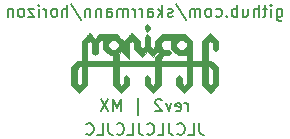
<source format=gbo>
G04 #@! TF.GenerationSoftware,KiCad,Pcbnew,(5.1.4)-1*
G04 #@! TF.CreationDate,2021-09-24T23:04:20-04:00*
G04 #@! TF.ProjectId,horizon-mx-bottom-plate,686f7269-7a6f-46e2-9d6d-782d626f7474,rev?*
G04 #@! TF.SameCoordinates,Original*
G04 #@! TF.FileFunction,Legend,Bot*
G04 #@! TF.FilePolarity,Positive*
%FSLAX46Y46*%
G04 Gerber Fmt 4.6, Leading zero omitted, Abs format (unit mm)*
G04 Created by KiCad (PCBNEW (5.1.4)-1) date 2021-09-24 23:04:20*
%MOMM*%
%LPD*%
G04 APERTURE LIST*
%ADD10C,0.150000*%
%ADD11C,0.010000*%
%ADD12C,0.802000*%
%ADD13C,4.502000*%
G04 APERTURE END LIST*
D10*
X220166666Y-96285714D02*
X220166666Y-97095238D01*
X220214285Y-97190476D01*
X220261904Y-97238095D01*
X220357142Y-97285714D01*
X220500000Y-97285714D01*
X220595238Y-97238095D01*
X220166666Y-96904761D02*
X220261904Y-96952380D01*
X220452380Y-96952380D01*
X220547619Y-96904761D01*
X220595238Y-96857142D01*
X220642857Y-96761904D01*
X220642857Y-96476190D01*
X220595238Y-96380952D01*
X220547619Y-96333333D01*
X220452380Y-96285714D01*
X220261904Y-96285714D01*
X220166666Y-96333333D01*
X219690476Y-96952380D02*
X219690476Y-96285714D01*
X219690476Y-95952380D02*
X219738095Y-96000000D01*
X219690476Y-96047619D01*
X219642857Y-96000000D01*
X219690476Y-95952380D01*
X219690476Y-96047619D01*
X219357142Y-96285714D02*
X218976190Y-96285714D01*
X219214285Y-95952380D02*
X219214285Y-96809523D01*
X219166666Y-96904761D01*
X219071428Y-96952380D01*
X218976190Y-96952380D01*
X218642857Y-96952380D02*
X218642857Y-95952380D01*
X218214285Y-96952380D02*
X218214285Y-96428571D01*
X218261904Y-96333333D01*
X218357142Y-96285714D01*
X218500000Y-96285714D01*
X218595238Y-96333333D01*
X218642857Y-96380952D01*
X217309523Y-96285714D02*
X217309523Y-96952380D01*
X217738095Y-96285714D02*
X217738095Y-96809523D01*
X217690476Y-96904761D01*
X217595238Y-96952380D01*
X217452380Y-96952380D01*
X217357142Y-96904761D01*
X217309523Y-96857142D01*
X216833333Y-96952380D02*
X216833333Y-95952380D01*
X216833333Y-96333333D02*
X216738095Y-96285714D01*
X216547619Y-96285714D01*
X216452380Y-96333333D01*
X216404761Y-96380952D01*
X216357142Y-96476190D01*
X216357142Y-96761904D01*
X216404761Y-96857142D01*
X216452380Y-96904761D01*
X216547619Y-96952380D01*
X216738095Y-96952380D01*
X216833333Y-96904761D01*
X215928571Y-96857142D02*
X215880952Y-96904761D01*
X215928571Y-96952380D01*
X215976190Y-96904761D01*
X215928571Y-96857142D01*
X215928571Y-96952380D01*
X215023809Y-96904761D02*
X215119047Y-96952380D01*
X215309523Y-96952380D01*
X215404761Y-96904761D01*
X215452380Y-96857142D01*
X215500000Y-96761904D01*
X215500000Y-96476190D01*
X215452380Y-96380952D01*
X215404761Y-96333333D01*
X215309523Y-96285714D01*
X215119047Y-96285714D01*
X215023809Y-96333333D01*
X214452380Y-96952380D02*
X214547619Y-96904761D01*
X214595238Y-96857142D01*
X214642857Y-96761904D01*
X214642857Y-96476190D01*
X214595238Y-96380952D01*
X214547619Y-96333333D01*
X214452380Y-96285714D01*
X214309523Y-96285714D01*
X214214285Y-96333333D01*
X214166666Y-96380952D01*
X214119047Y-96476190D01*
X214119047Y-96761904D01*
X214166666Y-96857142D01*
X214214285Y-96904761D01*
X214309523Y-96952380D01*
X214452380Y-96952380D01*
X213690476Y-96952380D02*
X213690476Y-96285714D01*
X213690476Y-96380952D02*
X213642857Y-96333333D01*
X213547619Y-96285714D01*
X213404761Y-96285714D01*
X213309523Y-96333333D01*
X213261904Y-96428571D01*
X213261904Y-96952380D01*
X213261904Y-96428571D02*
X213214285Y-96333333D01*
X213119047Y-96285714D01*
X212976190Y-96285714D01*
X212880952Y-96333333D01*
X212833333Y-96428571D01*
X212833333Y-96952380D01*
X211642857Y-95904761D02*
X212500000Y-97190476D01*
X211357142Y-96904761D02*
X211261904Y-96952380D01*
X211071428Y-96952380D01*
X210976190Y-96904761D01*
X210928571Y-96809523D01*
X210928571Y-96761904D01*
X210976190Y-96666666D01*
X211071428Y-96619047D01*
X211214285Y-96619047D01*
X211309523Y-96571428D01*
X211357142Y-96476190D01*
X211357142Y-96428571D01*
X211309523Y-96333333D01*
X211214285Y-96285714D01*
X211071428Y-96285714D01*
X210976190Y-96333333D01*
X210500000Y-96952380D02*
X210500000Y-95952380D01*
X210404761Y-96571428D02*
X210119047Y-96952380D01*
X210119047Y-96285714D02*
X210500000Y-96666666D01*
X209261904Y-96952380D02*
X209261904Y-96428571D01*
X209309523Y-96333333D01*
X209404761Y-96285714D01*
X209595238Y-96285714D01*
X209690476Y-96333333D01*
X209261904Y-96904761D02*
X209357142Y-96952380D01*
X209595238Y-96952380D01*
X209690476Y-96904761D01*
X209738095Y-96809523D01*
X209738095Y-96714285D01*
X209690476Y-96619047D01*
X209595238Y-96571428D01*
X209357142Y-96571428D01*
X209261904Y-96523809D01*
X208785714Y-96952380D02*
X208785714Y-96285714D01*
X208785714Y-96476190D02*
X208738095Y-96380952D01*
X208690476Y-96333333D01*
X208595238Y-96285714D01*
X208500000Y-96285714D01*
X208166666Y-96952380D02*
X208166666Y-96285714D01*
X208166666Y-96476190D02*
X208119047Y-96380952D01*
X208071428Y-96333333D01*
X207976190Y-96285714D01*
X207880952Y-96285714D01*
X207547619Y-96952380D02*
X207547619Y-96285714D01*
X207547619Y-96380952D02*
X207500000Y-96333333D01*
X207404761Y-96285714D01*
X207261904Y-96285714D01*
X207166666Y-96333333D01*
X207119047Y-96428571D01*
X207119047Y-96952380D01*
X207119047Y-96428571D02*
X207071428Y-96333333D01*
X206976190Y-96285714D01*
X206833333Y-96285714D01*
X206738095Y-96333333D01*
X206690476Y-96428571D01*
X206690476Y-96952380D01*
X205785714Y-96952380D02*
X205785714Y-96428571D01*
X205833333Y-96333333D01*
X205928571Y-96285714D01*
X206119047Y-96285714D01*
X206214285Y-96333333D01*
X205785714Y-96904761D02*
X205880952Y-96952380D01*
X206119047Y-96952380D01*
X206214285Y-96904761D01*
X206261904Y-96809523D01*
X206261904Y-96714285D01*
X206214285Y-96619047D01*
X206119047Y-96571428D01*
X205880952Y-96571428D01*
X205785714Y-96523809D01*
X205309523Y-96285714D02*
X205309523Y-96952380D01*
X205309523Y-96380952D02*
X205261904Y-96333333D01*
X205166666Y-96285714D01*
X205023809Y-96285714D01*
X204928571Y-96333333D01*
X204880952Y-96428571D01*
X204880952Y-96952380D01*
X204404761Y-96285714D02*
X204404761Y-96952380D01*
X204404761Y-96380952D02*
X204357142Y-96333333D01*
X204261904Y-96285714D01*
X204119047Y-96285714D01*
X204023809Y-96333333D01*
X203976190Y-96428571D01*
X203976190Y-96952380D01*
X202785714Y-95904761D02*
X203642857Y-97190476D01*
X202452380Y-96952380D02*
X202452380Y-95952380D01*
X202023809Y-96952380D02*
X202023809Y-96428571D01*
X202071428Y-96333333D01*
X202166666Y-96285714D01*
X202309523Y-96285714D01*
X202404761Y-96333333D01*
X202452380Y-96380952D01*
X201404761Y-96952380D02*
X201500000Y-96904761D01*
X201547619Y-96857142D01*
X201595238Y-96761904D01*
X201595238Y-96476190D01*
X201547619Y-96380952D01*
X201500000Y-96333333D01*
X201404761Y-96285714D01*
X201261904Y-96285714D01*
X201166666Y-96333333D01*
X201119047Y-96380952D01*
X201071428Y-96476190D01*
X201071428Y-96761904D01*
X201119047Y-96857142D01*
X201166666Y-96904761D01*
X201261904Y-96952380D01*
X201404761Y-96952380D01*
X200642857Y-96952380D02*
X200642857Y-96285714D01*
X200642857Y-96476190D02*
X200595238Y-96380952D01*
X200547619Y-96333333D01*
X200452380Y-96285714D01*
X200357142Y-96285714D01*
X200023809Y-96952380D02*
X200023809Y-96285714D01*
X200023809Y-95952380D02*
X200071428Y-96000000D01*
X200023809Y-96047619D01*
X199976190Y-96000000D01*
X200023809Y-95952380D01*
X200023809Y-96047619D01*
X199642857Y-96285714D02*
X199119047Y-96285714D01*
X199642857Y-96952380D01*
X199119047Y-96952380D01*
X198595238Y-96952380D02*
X198690476Y-96904761D01*
X198738095Y-96857142D01*
X198785714Y-96761904D01*
X198785714Y-96476190D01*
X198738095Y-96380952D01*
X198690476Y-96333333D01*
X198595238Y-96285714D01*
X198452380Y-96285714D01*
X198357142Y-96333333D01*
X198309523Y-96380952D01*
X198261904Y-96476190D01*
X198261904Y-96761904D01*
X198309523Y-96857142D01*
X198357142Y-96904761D01*
X198452380Y-96952380D01*
X198595238Y-96952380D01*
X197833333Y-96285714D02*
X197833333Y-96952380D01*
X197833333Y-96380952D02*
X197785714Y-96333333D01*
X197690476Y-96285714D01*
X197547619Y-96285714D01*
X197452380Y-96333333D01*
X197404761Y-96428571D01*
X197404761Y-96952380D01*
X212642857Y-104952380D02*
X212642857Y-104285714D01*
X212642857Y-104476190D02*
X212595238Y-104380952D01*
X212547619Y-104333333D01*
X212452380Y-104285714D01*
X212357142Y-104285714D01*
X211642857Y-104904761D02*
X211738095Y-104952380D01*
X211928571Y-104952380D01*
X212023809Y-104904761D01*
X212071428Y-104809523D01*
X212071428Y-104428571D01*
X212023809Y-104333333D01*
X211928571Y-104285714D01*
X211738095Y-104285714D01*
X211642857Y-104333333D01*
X211595238Y-104428571D01*
X211595238Y-104523809D01*
X212071428Y-104619047D01*
X211261904Y-104285714D02*
X211023809Y-104952380D01*
X210785714Y-104285714D01*
X210452380Y-104047619D02*
X210404761Y-104000000D01*
X210309523Y-103952380D01*
X210071428Y-103952380D01*
X209976190Y-104000000D01*
X209928571Y-104047619D01*
X209880952Y-104142857D01*
X209880952Y-104238095D01*
X209928571Y-104380952D01*
X210500000Y-104952380D01*
X209880952Y-104952380D01*
X208452380Y-105285714D02*
X208452380Y-103857142D01*
X206976190Y-104952380D02*
X206976190Y-103952380D01*
X206642857Y-104666666D01*
X206309523Y-103952380D01*
X206309523Y-104952380D01*
X205928571Y-103952380D02*
X205261904Y-104952380D01*
X205261904Y-103952380D02*
X205928571Y-104952380D01*
X213619047Y-105952380D02*
X213619047Y-106666666D01*
X213666666Y-106809523D01*
X213761904Y-106904761D01*
X213904761Y-106952380D01*
X214000000Y-106952380D01*
X212666666Y-106952380D02*
X213142857Y-106952380D01*
X213142857Y-105952380D01*
X211761904Y-106857142D02*
X211809523Y-106904761D01*
X211952380Y-106952380D01*
X212047619Y-106952380D01*
X212190476Y-106904761D01*
X212285714Y-106809523D01*
X212333333Y-106714285D01*
X212380952Y-106523809D01*
X212380952Y-106380952D01*
X212333333Y-106190476D01*
X212285714Y-106095238D01*
X212190476Y-106000000D01*
X212047619Y-105952380D01*
X211952380Y-105952380D01*
X211809523Y-106000000D01*
X211761904Y-106047619D01*
X211047619Y-105952380D02*
X211047619Y-106666666D01*
X211095238Y-106809523D01*
X211190476Y-106904761D01*
X211333333Y-106952380D01*
X211428571Y-106952380D01*
X210095238Y-106952380D02*
X210571428Y-106952380D01*
X210571428Y-105952380D01*
X209190476Y-106857142D02*
X209238095Y-106904761D01*
X209380952Y-106952380D01*
X209476190Y-106952380D01*
X209619047Y-106904761D01*
X209714285Y-106809523D01*
X209761904Y-106714285D01*
X209809523Y-106523809D01*
X209809523Y-106380952D01*
X209761904Y-106190476D01*
X209714285Y-106095238D01*
X209619047Y-106000000D01*
X209476190Y-105952380D01*
X209380952Y-105952380D01*
X209238095Y-106000000D01*
X209190476Y-106047619D01*
X208476190Y-105952380D02*
X208476190Y-106666666D01*
X208523809Y-106809523D01*
X208619047Y-106904761D01*
X208761904Y-106952380D01*
X208857142Y-106952380D01*
X207523809Y-106952380D02*
X208000000Y-106952380D01*
X208000000Y-105952380D01*
X206619047Y-106857142D02*
X206666666Y-106904761D01*
X206809523Y-106952380D01*
X206904761Y-106952380D01*
X207047619Y-106904761D01*
X207142857Y-106809523D01*
X207190476Y-106714285D01*
X207238095Y-106523809D01*
X207238095Y-106380952D01*
X207190476Y-106190476D01*
X207142857Y-106095238D01*
X207047619Y-106000000D01*
X206904761Y-105952380D01*
X206809523Y-105952380D01*
X206666666Y-106000000D01*
X206619047Y-106047619D01*
X205904761Y-105952380D02*
X205904761Y-106666666D01*
X205952380Y-106809523D01*
X206047619Y-106904761D01*
X206190476Y-106952380D01*
X206285714Y-106952380D01*
X204952380Y-106952380D02*
X205428571Y-106952380D01*
X205428571Y-105952380D01*
X204047619Y-106857142D02*
X204095238Y-106904761D01*
X204238095Y-106952380D01*
X204333333Y-106952380D01*
X204476190Y-106904761D01*
X204571428Y-106809523D01*
X204619047Y-106714285D01*
X204666666Y-106523809D01*
X204666666Y-106380952D01*
X204619047Y-106190476D01*
X204571428Y-106095238D01*
X204476190Y-106000000D01*
X204333333Y-105952380D01*
X204238095Y-105952380D01*
X204095238Y-106000000D01*
X204047619Y-106047619D01*
D11*
G36*
X214222169Y-98695895D02*
G01*
X213888794Y-99029269D01*
X213888794Y-100676389D01*
X213000500Y-100676389D01*
X213000500Y-100102422D01*
X212555294Y-100102422D01*
X212555294Y-100676389D01*
X210333500Y-100676389D01*
X210333500Y-100546215D01*
X210490309Y-100389405D01*
X210647118Y-100232594D01*
X210823503Y-100232595D01*
X210999887Y-100232595D01*
X211111195Y-100121295D01*
X211222502Y-100009996D01*
X211222501Y-100009994D01*
X210241071Y-100009994D01*
X210065036Y-100186028D01*
X209889000Y-100362063D01*
X209889000Y-100676389D01*
X206778206Y-100676389D01*
X206778206Y-100232595D01*
X206333000Y-100232595D01*
X206333000Y-100676389D01*
X204111206Y-100676389D01*
X204111206Y-99212712D01*
X204193579Y-99130515D01*
X204203118Y-99120997D01*
X204212714Y-99111424D01*
X204222290Y-99101872D01*
X204231764Y-99092423D01*
X204241059Y-99083154D01*
X204250096Y-99074144D01*
X204258793Y-99065473D01*
X204267074Y-99057220D01*
X204274857Y-99049463D01*
X204282065Y-99042282D01*
X204288617Y-99035756D01*
X204294435Y-99029963D01*
X204299439Y-99024983D01*
X204303550Y-99020894D01*
X204304705Y-99019745D01*
X204333458Y-98991174D01*
X204555706Y-99213418D01*
X204555706Y-100009993D01*
X204666831Y-100121117D01*
X204777956Y-100232240D01*
X204889081Y-100121117D01*
X205000206Y-100009993D01*
X205000206Y-99212715D01*
X205313824Y-98899095D01*
X205443998Y-98899094D01*
X205574172Y-98899094D01*
X205444000Y-99029272D01*
X205444000Y-99657213D01*
X206019380Y-100232595D01*
X206333000Y-100232595D01*
X206778206Y-100232595D01*
X206778206Y-100101716D01*
X207000102Y-99879816D01*
X207333301Y-100213015D01*
X207666500Y-100546213D01*
X207666500Y-99213418D01*
X207667205Y-99212713D01*
X206777500Y-99212713D01*
X206777500Y-99473768D01*
X206620691Y-99630579D01*
X206463882Y-99787389D01*
X206202826Y-99787389D01*
X205889206Y-99473771D01*
X205889206Y-99212715D01*
X206046015Y-99055905D01*
X206202824Y-98899094D01*
X206333352Y-98899095D01*
X206463879Y-98899095D01*
X206620690Y-99055904D01*
X206777500Y-99212713D01*
X207667205Y-99212713D01*
X207777625Y-99102294D01*
X207888750Y-98991171D01*
X207999875Y-99102295D01*
X208111000Y-99213418D01*
X208111000Y-99657215D01*
X208444346Y-99990560D01*
X208462545Y-100008758D01*
X208480497Y-100026707D01*
X208498177Y-100044382D01*
X208515559Y-100061757D01*
X208532617Y-100078806D01*
X208549324Y-100095503D01*
X208565656Y-100111823D01*
X208581586Y-100127739D01*
X208597088Y-100143226D01*
X208612137Y-100158258D01*
X208626706Y-100172809D01*
X208640770Y-100186854D01*
X208654304Y-100200365D01*
X208667280Y-100213319D01*
X208679673Y-100225689D01*
X208691458Y-100237448D01*
X208702608Y-100248572D01*
X208713097Y-100259034D01*
X208722901Y-100268809D01*
X208731992Y-100277871D01*
X208740345Y-100286193D01*
X208747934Y-100293751D01*
X208754733Y-100300518D01*
X208760717Y-100306469D01*
X208765859Y-100311577D01*
X208770134Y-100315818D01*
X208773516Y-100319164D01*
X208775978Y-100321591D01*
X208777496Y-100323072D01*
X208778042Y-100323582D01*
X208778044Y-100323582D01*
X208778561Y-100323066D01*
X208780045Y-100321585D01*
X208782462Y-100319169D01*
X208785783Y-100315851D01*
X208789974Y-100311662D01*
X208795005Y-100306634D01*
X208800842Y-100300799D01*
X208807456Y-100294188D01*
X208814813Y-100286834D01*
X208822882Y-100278767D01*
X208831632Y-100270020D01*
X208841030Y-100260625D01*
X208851046Y-100250612D01*
X208861646Y-100240015D01*
X208872799Y-100228864D01*
X208884475Y-100217192D01*
X208896640Y-100205029D01*
X208909263Y-100192409D01*
X208922312Y-100179362D01*
X208935756Y-100165921D01*
X208949563Y-100152117D01*
X208963701Y-100137981D01*
X208978138Y-100123547D01*
X208992843Y-100108844D01*
X209000149Y-100101540D01*
X209221902Y-99879821D01*
X209666396Y-100324317D01*
X209888648Y-100102066D01*
X210110899Y-99879816D01*
X210241071Y-100009994D01*
X211222501Y-100009994D01*
X211111201Y-99898692D01*
X210999899Y-99787389D01*
X210647121Y-99787389D01*
X210490310Y-99630580D01*
X210333500Y-99473771D01*
X210333500Y-99212599D01*
X210490437Y-99055847D01*
X210647374Y-98899094D01*
X211351959Y-98899094D01*
X211286877Y-98964191D01*
X211221794Y-99029287D01*
X211221794Y-99657213D01*
X211797174Y-100232595D01*
X212425117Y-100232595D01*
X212490206Y-100167508D01*
X212555294Y-100102422D01*
X213000500Y-100102422D01*
X213000500Y-99212713D01*
X212555294Y-99212713D01*
X212555294Y-99473768D01*
X212398485Y-99630579D01*
X212241676Y-99787389D01*
X211980621Y-99787389D01*
X211823810Y-99630580D01*
X211667000Y-99473771D01*
X211667000Y-99212715D01*
X211823809Y-99055905D01*
X211980618Y-98899094D01*
X212111146Y-98899095D01*
X212241674Y-98899095D01*
X212555294Y-99212713D01*
X213000500Y-99212713D01*
X213000500Y-99029274D01*
X212713164Y-98741934D01*
X212425827Y-98454595D01*
X211444398Y-98454595D01*
X210462969Y-98454594D01*
X210175984Y-98741580D01*
X209889000Y-99028565D01*
X209889000Y-99473066D01*
X209777698Y-99584366D01*
X209666396Y-99695667D01*
X209555448Y-99584717D01*
X209444500Y-99473768D01*
X209444500Y-98676490D01*
X209333375Y-98565367D01*
X209222250Y-98454243D01*
X209111125Y-98565367D01*
X209000000Y-98676490D01*
X209000000Y-99473066D01*
X208777750Y-99695312D01*
X208555500Y-99473066D01*
X208555500Y-99029264D01*
X208222448Y-98696245D01*
X208204255Y-98678053D01*
X208186308Y-98660108D01*
X208168634Y-98642436D01*
X208151258Y-98625062D01*
X208134206Y-98608013D01*
X208117505Y-98591314D01*
X208101180Y-98574991D01*
X208085257Y-98559070D01*
X208069761Y-98543576D01*
X208054720Y-98528537D01*
X208040158Y-98513977D01*
X208026101Y-98499923D01*
X208012576Y-98486400D01*
X207999609Y-98473435D01*
X207987224Y-98461052D01*
X207975449Y-98449279D01*
X207964308Y-98438141D01*
X207953828Y-98427663D01*
X207944036Y-98417873D01*
X207934955Y-98408795D01*
X207926614Y-98400455D01*
X207919036Y-98392880D01*
X207912249Y-98386095D01*
X207906279Y-98380126D01*
X207901150Y-98374999D01*
X207896889Y-98370741D01*
X207893522Y-98367376D01*
X207891075Y-98364930D01*
X207889574Y-98363430D01*
X207889044Y-98362902D01*
X207888530Y-98363379D01*
X207887044Y-98364828D01*
X207884613Y-98367223D01*
X207881262Y-98370540D01*
X207877016Y-98374750D01*
X207871903Y-98379830D01*
X207865947Y-98385753D01*
X207859174Y-98392493D01*
X207851611Y-98400025D01*
X207843283Y-98408322D01*
X207834217Y-98417359D01*
X207824437Y-98427110D01*
X207813971Y-98437549D01*
X207802843Y-98448651D01*
X207791080Y-98460389D01*
X207778707Y-98472737D01*
X207765751Y-98485671D01*
X207752237Y-98499164D01*
X207738192Y-98513190D01*
X207723640Y-98527723D01*
X207708608Y-98542738D01*
X207693122Y-98558208D01*
X207677208Y-98574109D01*
X207660891Y-98590414D01*
X207644198Y-98607097D01*
X207627153Y-98624132D01*
X207609785Y-98641494D01*
X207592117Y-98659157D01*
X207574176Y-98677095D01*
X207555987Y-98695282D01*
X207555522Y-98695748D01*
X207222352Y-99028917D01*
X206935192Y-98741756D01*
X206648031Y-98454595D01*
X205888853Y-98454594D01*
X205129674Y-98454594D01*
X204953639Y-98630631D01*
X204777604Y-98806667D01*
X204555706Y-98584770D01*
X204540876Y-98569941D01*
X204526297Y-98555367D01*
X204511999Y-98541077D01*
X204498016Y-98527105D01*
X204484379Y-98513481D01*
X204471119Y-98500237D01*
X204458269Y-98487405D01*
X204445860Y-98475017D01*
X204433924Y-98463104D01*
X204422492Y-98451698D01*
X204411597Y-98440831D01*
X204401270Y-98430534D01*
X204391544Y-98420839D01*
X204382449Y-98411778D01*
X204374018Y-98403383D01*
X204366283Y-98395684D01*
X204359275Y-98388715D01*
X204353026Y-98382505D01*
X204347567Y-98377089D01*
X204342932Y-98372496D01*
X204339151Y-98368758D01*
X204336256Y-98365908D01*
X204334279Y-98363977D01*
X204333251Y-98362996D01*
X204333104Y-98362872D01*
X204332571Y-98363367D01*
X204331066Y-98364834D01*
X204328615Y-98367247D01*
X204325245Y-98370581D01*
X204320981Y-98374809D01*
X204315849Y-98379906D01*
X204309874Y-98385845D01*
X204303084Y-98392602D01*
X204295504Y-98400150D01*
X204287159Y-98408463D01*
X204278076Y-98417515D01*
X204268280Y-98427281D01*
X204257798Y-98437734D01*
X204246655Y-98448849D01*
X204234878Y-98460600D01*
X204222492Y-98472961D01*
X204209524Y-98485907D01*
X204195998Y-98499410D01*
X204181941Y-98513446D01*
X204167380Y-98527988D01*
X204152339Y-98543011D01*
X204136845Y-98558489D01*
X204120924Y-98574396D01*
X204104601Y-98590706D01*
X204087903Y-98607393D01*
X204070856Y-98624431D01*
X204053485Y-98641795D01*
X204035816Y-98659458D01*
X204017876Y-98677395D01*
X203999690Y-98695580D01*
X203999553Y-98695717D01*
X203666706Y-99028563D01*
X203666706Y-100676389D01*
X203352380Y-100676389D01*
X202777706Y-101251065D01*
X202777706Y-102768715D01*
X203444456Y-103435463D01*
X204111206Y-102768715D01*
X204111206Y-101120889D01*
X203666706Y-101120889D01*
X203666706Y-102584562D01*
X203555758Y-102695512D01*
X203545307Y-102705961D01*
X203535121Y-102716143D01*
X203525242Y-102726014D01*
X203515718Y-102735529D01*
X203506591Y-102744642D01*
X203497909Y-102753310D01*
X203489714Y-102761487D01*
X203482053Y-102769128D01*
X203474970Y-102776189D01*
X203468510Y-102782625D01*
X203462719Y-102788391D01*
X203457641Y-102793443D01*
X203453321Y-102797734D01*
X203449804Y-102801222D01*
X203447134Y-102803860D01*
X203445358Y-102805604D01*
X203444520Y-102806409D01*
X203444457Y-102806461D01*
X203443932Y-102805970D01*
X203442455Y-102804525D01*
X203440070Y-102802171D01*
X203436823Y-102798954D01*
X203432758Y-102794918D01*
X203427920Y-102790108D01*
X203422354Y-102784568D01*
X203416106Y-102778344D01*
X203409220Y-102771481D01*
X203401741Y-102764023D01*
X203393714Y-102756014D01*
X203385184Y-102747501D01*
X203376197Y-102738527D01*
X203366796Y-102729137D01*
X203357027Y-102719377D01*
X203346935Y-102709290D01*
X203336565Y-102698923D01*
X203333155Y-102695513D01*
X203222206Y-102584566D01*
X203222206Y-101435215D01*
X203379368Y-101278052D01*
X203536529Y-101120889D01*
X203666706Y-101120889D01*
X204111206Y-101120889D01*
X206333000Y-101120889D01*
X206333000Y-102768009D01*
X206666552Y-103101560D01*
X207000103Y-103435111D01*
X207333302Y-103101912D01*
X207666500Y-102768713D01*
X207666500Y-102121012D01*
X207444250Y-101898766D01*
X207222000Y-102121012D01*
X207222000Y-102584566D01*
X207111051Y-102695513D01*
X207000101Y-102806461D01*
X206889153Y-102695512D01*
X206778206Y-102584562D01*
X206778206Y-101120889D01*
X209889000Y-101120889D01*
X209889037Y-101852726D01*
X209889073Y-102584564D01*
X209777750Y-102695527D01*
X209666428Y-102806490D01*
X209444500Y-102584566D01*
X209444500Y-102121012D01*
X209222250Y-101898766D01*
X209000000Y-102121012D01*
X209000000Y-102768715D01*
X209666750Y-103435463D01*
X210333500Y-102768715D01*
X210333500Y-101120889D01*
X212555294Y-101120889D01*
X212555294Y-102584566D01*
X212444345Y-102695513D01*
X212333396Y-102806461D01*
X212222448Y-102695512D01*
X212111500Y-102584562D01*
X212111500Y-102121016D01*
X212000552Y-102010066D01*
X211990099Y-101999615D01*
X211979905Y-101989431D01*
X211970018Y-101979559D01*
X211960482Y-101970043D01*
X211951341Y-101960928D01*
X211942642Y-101952259D01*
X211934429Y-101944081D01*
X211926747Y-101936439D01*
X211919642Y-101929378D01*
X211913158Y-101922942D01*
X211907342Y-101917176D01*
X211902237Y-101912125D01*
X211897889Y-101907834D01*
X211894343Y-101904349D01*
X211891645Y-101901712D01*
X211889839Y-101899970D01*
X211888970Y-101899168D01*
X211888897Y-101899117D01*
X211888339Y-101899609D01*
X211886829Y-101901054D01*
X211884411Y-101903408D01*
X211881132Y-101906627D01*
X211877037Y-101910664D01*
X211872170Y-101915476D01*
X211866576Y-101921017D01*
X211860302Y-101927243D01*
X211853391Y-101934109D01*
X211845890Y-101941570D01*
X211837842Y-101949581D01*
X211829294Y-101958097D01*
X211820290Y-101967074D01*
X211810875Y-101976466D01*
X211801096Y-101986229D01*
X211790996Y-101996318D01*
X211780621Y-102006688D01*
X211777242Y-102010066D01*
X211666294Y-102121016D01*
X211666294Y-102768009D01*
X212333398Y-103435111D01*
X212666949Y-103101559D01*
X213000500Y-102768008D01*
X213000500Y-101120889D01*
X213888794Y-101120889D01*
X213888794Y-102768715D01*
X214221993Y-103101913D01*
X214240189Y-103120108D01*
X214258139Y-103138056D01*
X214275816Y-103155730D01*
X214293194Y-103173105D01*
X214310248Y-103190155D01*
X214326953Y-103206854D01*
X214343281Y-103223176D01*
X214359207Y-103239095D01*
X214374706Y-103254586D01*
X214389751Y-103269622D01*
X214404317Y-103284178D01*
X214418377Y-103298228D01*
X214431906Y-103311746D01*
X214444878Y-103324706D01*
X214457267Y-103337083D01*
X214469047Y-103348849D01*
X214480192Y-103359981D01*
X214490677Y-103370451D01*
X214500475Y-103380235D01*
X214509561Y-103389305D01*
X214517908Y-103397637D01*
X214525492Y-103405203D01*
X214532285Y-103411980D01*
X214538262Y-103417940D01*
X214543398Y-103423058D01*
X214547666Y-103427308D01*
X214551041Y-103430664D01*
X214553496Y-103433101D01*
X214555006Y-103434591D01*
X214555544Y-103435111D01*
X214555545Y-103435111D01*
X214556059Y-103434617D01*
X214557545Y-103433150D01*
X214559976Y-103430737D01*
X214563328Y-103427404D01*
X214567574Y-103423176D01*
X214572688Y-103418079D01*
X214578645Y-103412140D01*
X214585418Y-103405383D01*
X214592982Y-103397836D01*
X214601310Y-103389523D01*
X214610378Y-103380471D01*
X214620158Y-103370706D01*
X214630626Y-103360252D01*
X214641755Y-103349137D01*
X214653519Y-103337386D01*
X214665893Y-103325024D01*
X214678851Y-103312078D01*
X214692366Y-103298574D01*
X214706413Y-103284537D01*
X214720967Y-103269994D01*
X214736000Y-103254969D01*
X214751488Y-103239489D01*
X214767404Y-103223581D01*
X214783722Y-103207268D01*
X214800417Y-103190579D01*
X214817463Y-103173537D01*
X214834834Y-103156170D01*
X214852503Y-103138503D01*
X214870446Y-103120562D01*
X214889096Y-103101912D01*
X215222294Y-102768713D01*
X215222294Y-101435213D01*
X214777795Y-101435213D01*
X214777794Y-102009888D01*
X214777794Y-102584562D01*
X214666847Y-102695512D01*
X214656396Y-102705961D01*
X214646210Y-102716143D01*
X214636331Y-102726014D01*
X214626807Y-102735529D01*
X214617680Y-102744642D01*
X214608997Y-102753310D01*
X214600803Y-102761487D01*
X214593142Y-102769128D01*
X214586059Y-102776189D01*
X214579599Y-102782625D01*
X214573808Y-102788391D01*
X214568730Y-102793443D01*
X214564410Y-102797734D01*
X214560892Y-102801222D01*
X214558223Y-102803860D01*
X214556447Y-102805604D01*
X214555609Y-102806409D01*
X214555546Y-102806461D01*
X214555021Y-102805970D01*
X214553544Y-102804525D01*
X214551159Y-102802171D01*
X214547912Y-102798954D01*
X214543847Y-102794918D01*
X214539009Y-102790108D01*
X214533443Y-102784568D01*
X214527195Y-102778344D01*
X214520309Y-102771481D01*
X214512830Y-102764023D01*
X214504803Y-102756014D01*
X214496273Y-102747501D01*
X214487286Y-102738527D01*
X214477885Y-102729137D01*
X214468116Y-102719377D01*
X214458024Y-102709290D01*
X214447654Y-102698923D01*
X214444244Y-102695513D01*
X214333294Y-102584566D01*
X214333294Y-101120889D01*
X214463468Y-101120889D01*
X214620631Y-101278051D01*
X214777795Y-101435213D01*
X215222294Y-101435213D01*
X215222294Y-101251063D01*
X214934957Y-100963726D01*
X214647619Y-100676389D01*
X214333294Y-100676389D01*
X214333294Y-99213418D01*
X214444419Y-99102295D01*
X214555544Y-98991171D01*
X214666669Y-99102294D01*
X214777794Y-99213418D01*
X214777794Y-99676971D01*
X214888919Y-99788095D01*
X215000044Y-99899218D01*
X215111169Y-99788095D01*
X215222294Y-99676971D01*
X215222294Y-99029269D01*
X214888919Y-98695895D01*
X214555545Y-98362520D01*
X214222169Y-98695895D01*
X214222169Y-98695895D01*
G37*
X214222169Y-98695895D02*
X213888794Y-99029269D01*
X213888794Y-100676389D01*
X213000500Y-100676389D01*
X213000500Y-100102422D01*
X212555294Y-100102422D01*
X212555294Y-100676389D01*
X210333500Y-100676389D01*
X210333500Y-100546215D01*
X210490309Y-100389405D01*
X210647118Y-100232594D01*
X210823503Y-100232595D01*
X210999887Y-100232595D01*
X211111195Y-100121295D01*
X211222502Y-100009996D01*
X211222501Y-100009994D01*
X210241071Y-100009994D01*
X210065036Y-100186028D01*
X209889000Y-100362063D01*
X209889000Y-100676389D01*
X206778206Y-100676389D01*
X206778206Y-100232595D01*
X206333000Y-100232595D01*
X206333000Y-100676389D01*
X204111206Y-100676389D01*
X204111206Y-99212712D01*
X204193579Y-99130515D01*
X204203118Y-99120997D01*
X204212714Y-99111424D01*
X204222290Y-99101872D01*
X204231764Y-99092423D01*
X204241059Y-99083154D01*
X204250096Y-99074144D01*
X204258793Y-99065473D01*
X204267074Y-99057220D01*
X204274857Y-99049463D01*
X204282065Y-99042282D01*
X204288617Y-99035756D01*
X204294435Y-99029963D01*
X204299439Y-99024983D01*
X204303550Y-99020894D01*
X204304705Y-99019745D01*
X204333458Y-98991174D01*
X204555706Y-99213418D01*
X204555706Y-100009993D01*
X204666831Y-100121117D01*
X204777956Y-100232240D01*
X204889081Y-100121117D01*
X205000206Y-100009993D01*
X205000206Y-99212715D01*
X205313824Y-98899095D01*
X205443998Y-98899094D01*
X205574172Y-98899094D01*
X205444000Y-99029272D01*
X205444000Y-99657213D01*
X206019380Y-100232595D01*
X206333000Y-100232595D01*
X206778206Y-100232595D01*
X206778206Y-100101716D01*
X207000102Y-99879816D01*
X207333301Y-100213015D01*
X207666500Y-100546213D01*
X207666500Y-99213418D01*
X207667205Y-99212713D01*
X206777500Y-99212713D01*
X206777500Y-99473768D01*
X206620691Y-99630579D01*
X206463882Y-99787389D01*
X206202826Y-99787389D01*
X205889206Y-99473771D01*
X205889206Y-99212715D01*
X206046015Y-99055905D01*
X206202824Y-98899094D01*
X206333352Y-98899095D01*
X206463879Y-98899095D01*
X206620690Y-99055904D01*
X206777500Y-99212713D01*
X207667205Y-99212713D01*
X207777625Y-99102294D01*
X207888750Y-98991171D01*
X207999875Y-99102295D01*
X208111000Y-99213418D01*
X208111000Y-99657215D01*
X208444346Y-99990560D01*
X208462545Y-100008758D01*
X208480497Y-100026707D01*
X208498177Y-100044382D01*
X208515559Y-100061757D01*
X208532617Y-100078806D01*
X208549324Y-100095503D01*
X208565656Y-100111823D01*
X208581586Y-100127739D01*
X208597088Y-100143226D01*
X208612137Y-100158258D01*
X208626706Y-100172809D01*
X208640770Y-100186854D01*
X208654304Y-100200365D01*
X208667280Y-100213319D01*
X208679673Y-100225689D01*
X208691458Y-100237448D01*
X208702608Y-100248572D01*
X208713097Y-100259034D01*
X208722901Y-100268809D01*
X208731992Y-100277871D01*
X208740345Y-100286193D01*
X208747934Y-100293751D01*
X208754733Y-100300518D01*
X208760717Y-100306469D01*
X208765859Y-100311577D01*
X208770134Y-100315818D01*
X208773516Y-100319164D01*
X208775978Y-100321591D01*
X208777496Y-100323072D01*
X208778042Y-100323582D01*
X208778044Y-100323582D01*
X208778561Y-100323066D01*
X208780045Y-100321585D01*
X208782462Y-100319169D01*
X208785783Y-100315851D01*
X208789974Y-100311662D01*
X208795005Y-100306634D01*
X208800842Y-100300799D01*
X208807456Y-100294188D01*
X208814813Y-100286834D01*
X208822882Y-100278767D01*
X208831632Y-100270020D01*
X208841030Y-100260625D01*
X208851046Y-100250612D01*
X208861646Y-100240015D01*
X208872799Y-100228864D01*
X208884475Y-100217192D01*
X208896640Y-100205029D01*
X208909263Y-100192409D01*
X208922312Y-100179362D01*
X208935756Y-100165921D01*
X208949563Y-100152117D01*
X208963701Y-100137981D01*
X208978138Y-100123547D01*
X208992843Y-100108844D01*
X209000149Y-100101540D01*
X209221902Y-99879821D01*
X209666396Y-100324317D01*
X209888648Y-100102066D01*
X210110899Y-99879816D01*
X210241071Y-100009994D01*
X211222501Y-100009994D01*
X211111201Y-99898692D01*
X210999899Y-99787389D01*
X210647121Y-99787389D01*
X210490310Y-99630580D01*
X210333500Y-99473771D01*
X210333500Y-99212599D01*
X210490437Y-99055847D01*
X210647374Y-98899094D01*
X211351959Y-98899094D01*
X211286877Y-98964191D01*
X211221794Y-99029287D01*
X211221794Y-99657213D01*
X211797174Y-100232595D01*
X212425117Y-100232595D01*
X212490206Y-100167508D01*
X212555294Y-100102422D01*
X213000500Y-100102422D01*
X213000500Y-99212713D01*
X212555294Y-99212713D01*
X212555294Y-99473768D01*
X212398485Y-99630579D01*
X212241676Y-99787389D01*
X211980621Y-99787389D01*
X211823810Y-99630580D01*
X211667000Y-99473771D01*
X211667000Y-99212715D01*
X211823809Y-99055905D01*
X211980618Y-98899094D01*
X212111146Y-98899095D01*
X212241674Y-98899095D01*
X212555294Y-99212713D01*
X213000500Y-99212713D01*
X213000500Y-99029274D01*
X212713164Y-98741934D01*
X212425827Y-98454595D01*
X211444398Y-98454595D01*
X210462969Y-98454594D01*
X210175984Y-98741580D01*
X209889000Y-99028565D01*
X209889000Y-99473066D01*
X209777698Y-99584366D01*
X209666396Y-99695667D01*
X209555448Y-99584717D01*
X209444500Y-99473768D01*
X209444500Y-98676490D01*
X209333375Y-98565367D01*
X209222250Y-98454243D01*
X209111125Y-98565367D01*
X209000000Y-98676490D01*
X209000000Y-99473066D01*
X208777750Y-99695312D01*
X208555500Y-99473066D01*
X208555500Y-99029264D01*
X208222448Y-98696245D01*
X208204255Y-98678053D01*
X208186308Y-98660108D01*
X208168634Y-98642436D01*
X208151258Y-98625062D01*
X208134206Y-98608013D01*
X208117505Y-98591314D01*
X208101180Y-98574991D01*
X208085257Y-98559070D01*
X208069761Y-98543576D01*
X208054720Y-98528537D01*
X208040158Y-98513977D01*
X208026101Y-98499923D01*
X208012576Y-98486400D01*
X207999609Y-98473435D01*
X207987224Y-98461052D01*
X207975449Y-98449279D01*
X207964308Y-98438141D01*
X207953828Y-98427663D01*
X207944036Y-98417873D01*
X207934955Y-98408795D01*
X207926614Y-98400455D01*
X207919036Y-98392880D01*
X207912249Y-98386095D01*
X207906279Y-98380126D01*
X207901150Y-98374999D01*
X207896889Y-98370741D01*
X207893522Y-98367376D01*
X207891075Y-98364930D01*
X207889574Y-98363430D01*
X207889044Y-98362902D01*
X207888530Y-98363379D01*
X207887044Y-98364828D01*
X207884613Y-98367223D01*
X207881262Y-98370540D01*
X207877016Y-98374750D01*
X207871903Y-98379830D01*
X207865947Y-98385753D01*
X207859174Y-98392493D01*
X207851611Y-98400025D01*
X207843283Y-98408322D01*
X207834217Y-98417359D01*
X207824437Y-98427110D01*
X207813971Y-98437549D01*
X207802843Y-98448651D01*
X207791080Y-98460389D01*
X207778707Y-98472737D01*
X207765751Y-98485671D01*
X207752237Y-98499164D01*
X207738192Y-98513190D01*
X207723640Y-98527723D01*
X207708608Y-98542738D01*
X207693122Y-98558208D01*
X207677208Y-98574109D01*
X207660891Y-98590414D01*
X207644198Y-98607097D01*
X207627153Y-98624132D01*
X207609785Y-98641494D01*
X207592117Y-98659157D01*
X207574176Y-98677095D01*
X207555987Y-98695282D01*
X207555522Y-98695748D01*
X207222352Y-99028917D01*
X206935192Y-98741756D01*
X206648031Y-98454595D01*
X205888853Y-98454594D01*
X205129674Y-98454594D01*
X204953639Y-98630631D01*
X204777604Y-98806667D01*
X204555706Y-98584770D01*
X204540876Y-98569941D01*
X204526297Y-98555367D01*
X204511999Y-98541077D01*
X204498016Y-98527105D01*
X204484379Y-98513481D01*
X204471119Y-98500237D01*
X204458269Y-98487405D01*
X204445860Y-98475017D01*
X204433924Y-98463104D01*
X204422492Y-98451698D01*
X204411597Y-98440831D01*
X204401270Y-98430534D01*
X204391544Y-98420839D01*
X204382449Y-98411778D01*
X204374018Y-98403383D01*
X204366283Y-98395684D01*
X204359275Y-98388715D01*
X204353026Y-98382505D01*
X204347567Y-98377089D01*
X204342932Y-98372496D01*
X204339151Y-98368758D01*
X204336256Y-98365908D01*
X204334279Y-98363977D01*
X204333251Y-98362996D01*
X204333104Y-98362872D01*
X204332571Y-98363367D01*
X204331066Y-98364834D01*
X204328615Y-98367247D01*
X204325245Y-98370581D01*
X204320981Y-98374809D01*
X204315849Y-98379906D01*
X204309874Y-98385845D01*
X204303084Y-98392602D01*
X204295504Y-98400150D01*
X204287159Y-98408463D01*
X204278076Y-98417515D01*
X204268280Y-98427281D01*
X204257798Y-98437734D01*
X204246655Y-98448849D01*
X204234878Y-98460600D01*
X204222492Y-98472961D01*
X204209524Y-98485907D01*
X204195998Y-98499410D01*
X204181941Y-98513446D01*
X204167380Y-98527988D01*
X204152339Y-98543011D01*
X204136845Y-98558489D01*
X204120924Y-98574396D01*
X204104601Y-98590706D01*
X204087903Y-98607393D01*
X204070856Y-98624431D01*
X204053485Y-98641795D01*
X204035816Y-98659458D01*
X204017876Y-98677395D01*
X203999690Y-98695580D01*
X203999553Y-98695717D01*
X203666706Y-99028563D01*
X203666706Y-100676389D01*
X203352380Y-100676389D01*
X202777706Y-101251065D01*
X202777706Y-102768715D01*
X203444456Y-103435463D01*
X204111206Y-102768715D01*
X204111206Y-101120889D01*
X203666706Y-101120889D01*
X203666706Y-102584562D01*
X203555758Y-102695512D01*
X203545307Y-102705961D01*
X203535121Y-102716143D01*
X203525242Y-102726014D01*
X203515718Y-102735529D01*
X203506591Y-102744642D01*
X203497909Y-102753310D01*
X203489714Y-102761487D01*
X203482053Y-102769128D01*
X203474970Y-102776189D01*
X203468510Y-102782625D01*
X203462719Y-102788391D01*
X203457641Y-102793443D01*
X203453321Y-102797734D01*
X203449804Y-102801222D01*
X203447134Y-102803860D01*
X203445358Y-102805604D01*
X203444520Y-102806409D01*
X203444457Y-102806461D01*
X203443932Y-102805970D01*
X203442455Y-102804525D01*
X203440070Y-102802171D01*
X203436823Y-102798954D01*
X203432758Y-102794918D01*
X203427920Y-102790108D01*
X203422354Y-102784568D01*
X203416106Y-102778344D01*
X203409220Y-102771481D01*
X203401741Y-102764023D01*
X203393714Y-102756014D01*
X203385184Y-102747501D01*
X203376197Y-102738527D01*
X203366796Y-102729137D01*
X203357027Y-102719377D01*
X203346935Y-102709290D01*
X203336565Y-102698923D01*
X203333155Y-102695513D01*
X203222206Y-102584566D01*
X203222206Y-101435215D01*
X203379368Y-101278052D01*
X203536529Y-101120889D01*
X203666706Y-101120889D01*
X204111206Y-101120889D01*
X206333000Y-101120889D01*
X206333000Y-102768009D01*
X206666552Y-103101560D01*
X207000103Y-103435111D01*
X207333302Y-103101912D01*
X207666500Y-102768713D01*
X207666500Y-102121012D01*
X207444250Y-101898766D01*
X207222000Y-102121012D01*
X207222000Y-102584566D01*
X207111051Y-102695513D01*
X207000101Y-102806461D01*
X206889153Y-102695512D01*
X206778206Y-102584562D01*
X206778206Y-101120889D01*
X209889000Y-101120889D01*
X209889037Y-101852726D01*
X209889073Y-102584564D01*
X209777750Y-102695527D01*
X209666428Y-102806490D01*
X209444500Y-102584566D01*
X209444500Y-102121012D01*
X209222250Y-101898766D01*
X209000000Y-102121012D01*
X209000000Y-102768715D01*
X209666750Y-103435463D01*
X210333500Y-102768715D01*
X210333500Y-101120889D01*
X212555294Y-101120889D01*
X212555294Y-102584566D01*
X212444345Y-102695513D01*
X212333396Y-102806461D01*
X212222448Y-102695512D01*
X212111500Y-102584562D01*
X212111500Y-102121016D01*
X212000552Y-102010066D01*
X211990099Y-101999615D01*
X211979905Y-101989431D01*
X211970018Y-101979559D01*
X211960482Y-101970043D01*
X211951341Y-101960928D01*
X211942642Y-101952259D01*
X211934429Y-101944081D01*
X211926747Y-101936439D01*
X211919642Y-101929378D01*
X211913158Y-101922942D01*
X211907342Y-101917176D01*
X211902237Y-101912125D01*
X211897889Y-101907834D01*
X211894343Y-101904349D01*
X211891645Y-101901712D01*
X211889839Y-101899970D01*
X211888970Y-101899168D01*
X211888897Y-101899117D01*
X211888339Y-101899609D01*
X211886829Y-101901054D01*
X211884411Y-101903408D01*
X211881132Y-101906627D01*
X211877037Y-101910664D01*
X211872170Y-101915476D01*
X211866576Y-101921017D01*
X211860302Y-101927243D01*
X211853391Y-101934109D01*
X211845890Y-101941570D01*
X211837842Y-101949581D01*
X211829294Y-101958097D01*
X211820290Y-101967074D01*
X211810875Y-101976466D01*
X211801096Y-101986229D01*
X211790996Y-101996318D01*
X211780621Y-102006688D01*
X211777242Y-102010066D01*
X211666294Y-102121016D01*
X211666294Y-102768009D01*
X212333398Y-103435111D01*
X212666949Y-103101559D01*
X213000500Y-102768008D01*
X213000500Y-101120889D01*
X213888794Y-101120889D01*
X213888794Y-102768715D01*
X214221993Y-103101913D01*
X214240189Y-103120108D01*
X214258139Y-103138056D01*
X214275816Y-103155730D01*
X214293194Y-103173105D01*
X214310248Y-103190155D01*
X214326953Y-103206854D01*
X214343281Y-103223176D01*
X214359207Y-103239095D01*
X214374706Y-103254586D01*
X214389751Y-103269622D01*
X214404317Y-103284178D01*
X214418377Y-103298228D01*
X214431906Y-103311746D01*
X214444878Y-103324706D01*
X214457267Y-103337083D01*
X214469047Y-103348849D01*
X214480192Y-103359981D01*
X214490677Y-103370451D01*
X214500475Y-103380235D01*
X214509561Y-103389305D01*
X214517908Y-103397637D01*
X214525492Y-103405203D01*
X214532285Y-103411980D01*
X214538262Y-103417940D01*
X214543398Y-103423058D01*
X214547666Y-103427308D01*
X214551041Y-103430664D01*
X214553496Y-103433101D01*
X214555006Y-103434591D01*
X214555544Y-103435111D01*
X214555545Y-103435111D01*
X214556059Y-103434617D01*
X214557545Y-103433150D01*
X214559976Y-103430737D01*
X214563328Y-103427404D01*
X214567574Y-103423176D01*
X214572688Y-103418079D01*
X214578645Y-103412140D01*
X214585418Y-103405383D01*
X214592982Y-103397836D01*
X214601310Y-103389523D01*
X214610378Y-103380471D01*
X214620158Y-103370706D01*
X214630626Y-103360252D01*
X214641755Y-103349137D01*
X214653519Y-103337386D01*
X214665893Y-103325024D01*
X214678851Y-103312078D01*
X214692366Y-103298574D01*
X214706413Y-103284537D01*
X214720967Y-103269994D01*
X214736000Y-103254969D01*
X214751488Y-103239489D01*
X214767404Y-103223581D01*
X214783722Y-103207268D01*
X214800417Y-103190579D01*
X214817463Y-103173537D01*
X214834834Y-103156170D01*
X214852503Y-103138503D01*
X214870446Y-103120562D01*
X214889096Y-103101912D01*
X215222294Y-102768713D01*
X215222294Y-101435213D01*
X214777795Y-101435213D01*
X214777794Y-102009888D01*
X214777794Y-102584562D01*
X214666847Y-102695512D01*
X214656396Y-102705961D01*
X214646210Y-102716143D01*
X214636331Y-102726014D01*
X214626807Y-102735529D01*
X214617680Y-102744642D01*
X214608997Y-102753310D01*
X214600803Y-102761487D01*
X214593142Y-102769128D01*
X214586059Y-102776189D01*
X214579599Y-102782625D01*
X214573808Y-102788391D01*
X214568730Y-102793443D01*
X214564410Y-102797734D01*
X214560892Y-102801222D01*
X214558223Y-102803860D01*
X214556447Y-102805604D01*
X214555609Y-102806409D01*
X214555546Y-102806461D01*
X214555021Y-102805970D01*
X214553544Y-102804525D01*
X214551159Y-102802171D01*
X214547912Y-102798954D01*
X214543847Y-102794918D01*
X214539009Y-102790108D01*
X214533443Y-102784568D01*
X214527195Y-102778344D01*
X214520309Y-102771481D01*
X214512830Y-102764023D01*
X214504803Y-102756014D01*
X214496273Y-102747501D01*
X214487286Y-102738527D01*
X214477885Y-102729137D01*
X214468116Y-102719377D01*
X214458024Y-102709290D01*
X214447654Y-102698923D01*
X214444244Y-102695513D01*
X214333294Y-102584566D01*
X214333294Y-101120889D01*
X214463468Y-101120889D01*
X214620631Y-101278051D01*
X214777795Y-101435213D01*
X215222294Y-101435213D01*
X215222294Y-101251063D01*
X214934957Y-100963726D01*
X214647619Y-100676389D01*
X214333294Y-100676389D01*
X214333294Y-99213418D01*
X214444419Y-99102295D01*
X214555544Y-98991171D01*
X214666669Y-99102294D01*
X214777794Y-99213418D01*
X214777794Y-99676971D01*
X214888919Y-99788095D01*
X215000044Y-99899218D01*
X215111169Y-99788095D01*
X215222294Y-99676971D01*
X215222294Y-99029269D01*
X214888919Y-98695895D01*
X214555545Y-98362520D01*
X214222169Y-98695895D01*
G36*
X209000000Y-97787490D02*
G01*
X209000000Y-98010449D01*
X209110950Y-98121397D01*
X209221899Y-98232344D01*
X209333200Y-98121042D01*
X209444500Y-98009740D01*
X209444500Y-97787490D01*
X209222250Y-97565244D01*
X209000000Y-97787490D01*
X209000000Y-97787490D01*
G37*
X209000000Y-97787490D02*
X209000000Y-98010449D01*
X209110950Y-98121397D01*
X209221899Y-98232344D01*
X209333200Y-98121042D01*
X209444500Y-98009740D01*
X209444500Y-97787490D01*
X209222250Y-97565244D01*
X209000000Y-97787490D01*
D10*
%LPC*%
D12*
X224166726Y-126833274D03*
X223000000Y-126350000D03*
X221833274Y-126833274D03*
X221350000Y-128000000D03*
X221833274Y-129166726D03*
X223000000Y-129650000D03*
X224166726Y-129166726D03*
X224650000Y-128000000D03*
D13*
X223000000Y-128000000D03*
D12*
X196166726Y-126833274D03*
X195000000Y-126350000D03*
X193833274Y-126833274D03*
X193350000Y-128000000D03*
X193833274Y-129166726D03*
X195000000Y-129650000D03*
X196166726Y-129166726D03*
X196650000Y-128000000D03*
D13*
X195000000Y-128000000D03*
D12*
X224166726Y-98833274D03*
X223000000Y-98350000D03*
X221833274Y-98833274D03*
X221350000Y-100000000D03*
X221833274Y-101166726D03*
X223000000Y-101650000D03*
X224166726Y-101166726D03*
X224650000Y-100000000D03*
D13*
X223000000Y-100000000D03*
D12*
X196166726Y-98833274D03*
X195000000Y-98350000D03*
X193833274Y-98833274D03*
X193350000Y-100000000D03*
X193833274Y-101166726D03*
X195000000Y-101650000D03*
X196166726Y-101166726D03*
X196650000Y-100000000D03*
D13*
X195000000Y-100000000D03*
D12*
X324166726Y-112833274D03*
X323000000Y-112350000D03*
X321833274Y-112833274D03*
X321350000Y-114000000D03*
X321833274Y-115166726D03*
X323000000Y-115650000D03*
X324166726Y-115166726D03*
X324650000Y-114000000D03*
D13*
X323000000Y-114000000D03*
D12*
X96166726Y-112833274D03*
X95000000Y-112350000D03*
X93833274Y-112833274D03*
X93350000Y-114000000D03*
X93833274Y-115166726D03*
X95000000Y-115650000D03*
X96166726Y-115166726D03*
X96650000Y-114000000D03*
D13*
X95000000Y-114000000D03*
D12*
X324166726Y-150833274D03*
X323000000Y-150350000D03*
X321833274Y-150833274D03*
X321350000Y-152000000D03*
X321833274Y-153166726D03*
X323000000Y-153650000D03*
X324166726Y-153166726D03*
X324650000Y-152000000D03*
D13*
X323000000Y-152000000D03*
D12*
X96166726Y-150833274D03*
X95000000Y-150350000D03*
X93833274Y-150833274D03*
X93350000Y-152000000D03*
X93833274Y-153166726D03*
X95000000Y-153650000D03*
X96166726Y-153166726D03*
X96650000Y-152000000D03*
D13*
X95000000Y-152000000D03*
M02*

</source>
